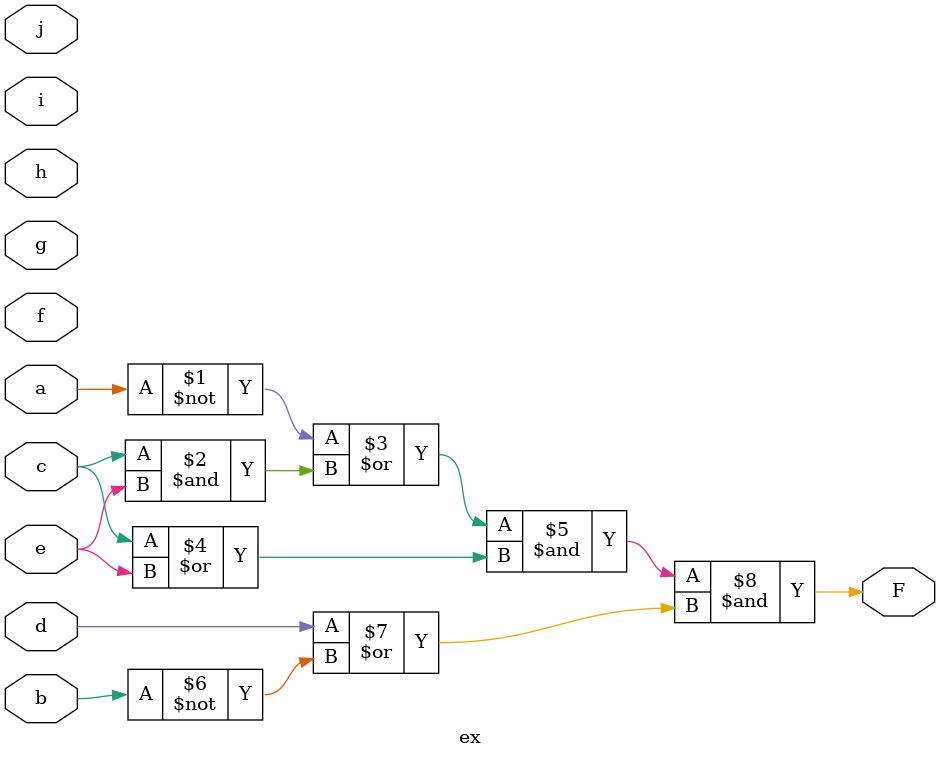
<source format=v>

module ex ( 
    a, b, c, d, e, f, g, h, i, j,
    F  );
  input  a, b, c, d, e, f, g, h, i, j;
  output F;
  assign F = (~a | (c & e)) & (c | e) & (d | ~b);
endmodule



</source>
